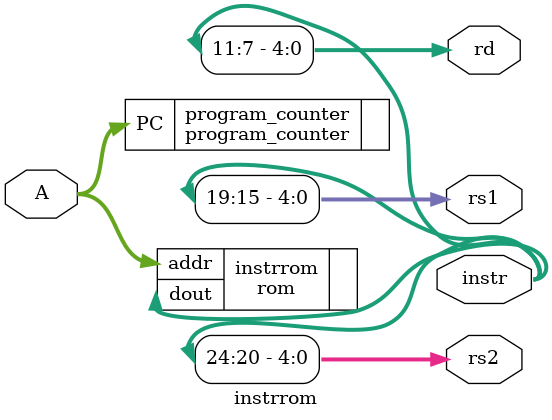
<source format=sv>
module instrrom #(
    parameter ADDR_WIDTH = 16,
              DATA_WIDTH = 32
)(
    input  logic[ADDR_WIDTH-1:0] A,
    output logic[DATA_WIDTH-1:0] instr,
    output logic[4:0] rs2,
    output logic[4:0] rs1,
    output logic[4:0] rd
);

program_counter program_counter (
    .PC(A)
);

rom instrrom(
    .addr(A),
    .dout(instr)
);

assign rs2 = instr[24:20];
assign rs1 = instr[19:15];
assign rd = instr[11:7];


endmodule 

</source>
